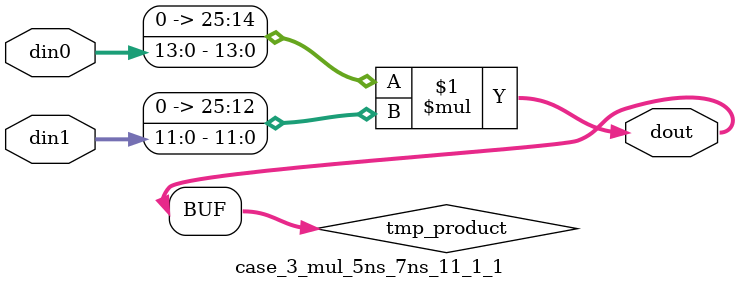
<source format=v>

`timescale 1 ns / 1 ps

 (* use_dsp = "no" *)  module case_3_mul_5ns_7ns_11_1_1(din0, din1, dout);
parameter ID = 1;
parameter NUM_STAGE = 0;
parameter din0_WIDTH = 14;
parameter din1_WIDTH = 12;
parameter dout_WIDTH = 26;

input [din0_WIDTH - 1 : 0] din0; 
input [din1_WIDTH - 1 : 0] din1; 
output [dout_WIDTH - 1 : 0] dout;

wire signed [dout_WIDTH - 1 : 0] tmp_product;
























assign tmp_product = $signed({1'b0, din0}) * $signed({1'b0, din1});











assign dout = tmp_product;





















endmodule

</source>
